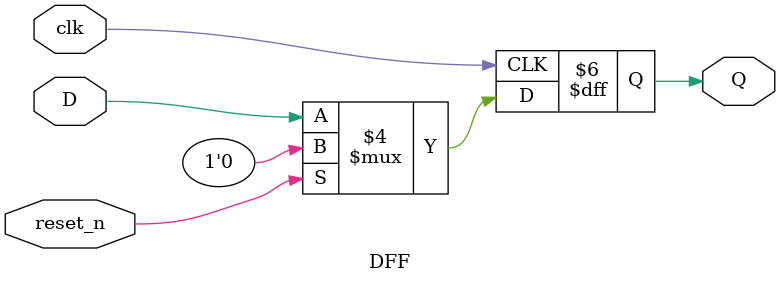
<source format=v>
`timescale 1ns / 1ps

module DFF(
           input wire reset_n, 
           input wire clk,
			  input wire D,
			  output reg Q
			  );

always @(posedge clk) begin
	if(reset_n == 1'b0) begin
		Q <= D;
		end
	else begin
		Q <= 1'b0;
		end
end
endmodule

</source>
